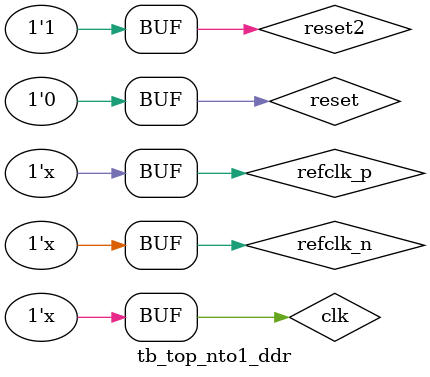
<source format=v>
`timescale 1 ps / 1ps

module tb_top_nto1_ddr () ;

reg 		reset ;
reg 		reset2 ;
reg 		match ;
reg 		matcha ;
reg 		clk ;
wire 		refclk_n ;
reg 		refclk_p ;
wire		clkout_p ;
wire 		clkout_n ;
wire 		clkout ;
wire	[7:0]	dataout_p ;
wire 	[7:0]	dataout_n ;
wire 	[7:0]	dataout ;
wire 	[63:0]	dummy_out ;
reg 	[63:0]	old ;
wire 	[63:0]	dummy_outa ;
reg 	[63:0]	olda ;

initial refclk_p = 0 ;
initial clk = 0 ;

always #(1000) refclk_p = ~refclk_p ;
always #(4000) clk = ~clk ;
assign refclk_n = ~refclk_p ;

initial
begin
reset = 1'b1 ;
reset2 = 1'b0 ;
#150000
reset = 1'b0;
#300000
reset2 = 1'b1 ;
end

always @ (posedge clk)			// Check data
begin
	old <= dummy_out ;
	if (dummy_out[63:60] == 4'h3 && dummy_out[59:0] == {old[58:0], old[59]}) begin 
		match <= 1'b1 ; 
	end 
	else begin 
		match <= 1'b0 ; 
	end 
end


top_nto1_ddr_diff_tx diff_tx  (
	.refclkin_p		(refclk_p),
	.refclkin_n		(refclk_n),
	.dataout_p		(dataout_p),
	.dataout_n		(dataout_n),
	.clkout_p		(clkout_p),
	.clkout_n		(clkout_n),
	.reset			(reset)) ;
	
top_nto1_ddr_diff_rx diff_rx  (
	.clkin_p		(clkout_p),
	.clkin_n		(clkout_n),
	.datain_p		(dataout_p),
	.datain_n		(dataout_n),
	.reset			(reset),
	.dummy_out		(dummy_out)) ;

always @ (posedge clk)			// Check data
begin
	olda <= dummy_outa ;
	if (dummy_outa[63:60] == 4'h3 && dummy_outa[59:0] == {olda[58:0], olda[59]}) begin 
		matcha <= 1'b1 ; 
	end 
	else begin 
		matcha <= 1'b0 ; 
	end 
end

top_nto1_ddr_se_tx se_tx  (
	.refclkin_p		(refclk_p),
	.refclkin_n		(refclk_n),
	.dataout		(dataout),
	.clkout			(clkout),
	.reset			(reset)) ;
	
top_nto1_ddr_se_rx se_rx  (
	.clkin1			(clkout),
	.clkin2			(clkout),
	.datain			(dataout),
	.reset			(reset),
	.dummy_out		(dummy_outa)) ;
	
endmodule



</source>
